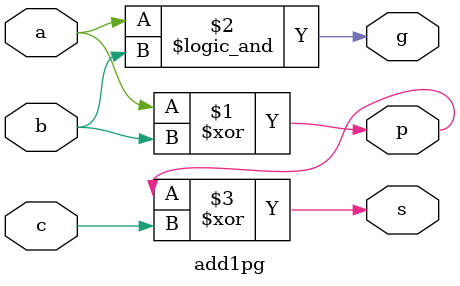
<source format=v>
`ifndef _add1pg_v_
`define _add1pg_v_
`endif

module add1pg(a, b, c, s, p, g);

  input a, b, c;
  output s, p, g;
  
  wire a, b, c, s, p , g;

  assign p = a ^ b;
  assign g = a && b;
  assign s = p ^ c;
endmodule
</source>
